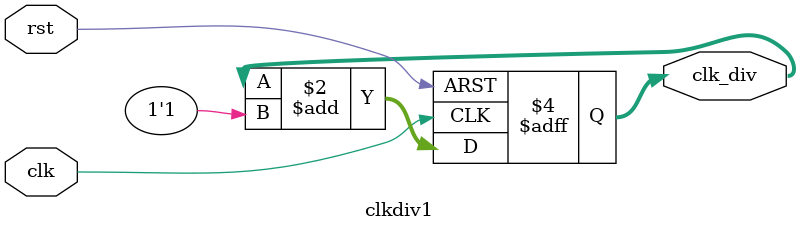
<source format=v>
`timescale 1ns / 1ps


module clkdiv1(input wire clk,
	input wire rst,
	output reg[31:0] clk_div
    );
    //used in simulation
    initial begin
        clk_div = 0;
    end
    //clock divider   
   always @(posedge clk or posedge rst) begin
      if (rst) clk_div <= 0;
      else clk_div <= clk_div + 1'b1;
   end
endmodule


</source>
